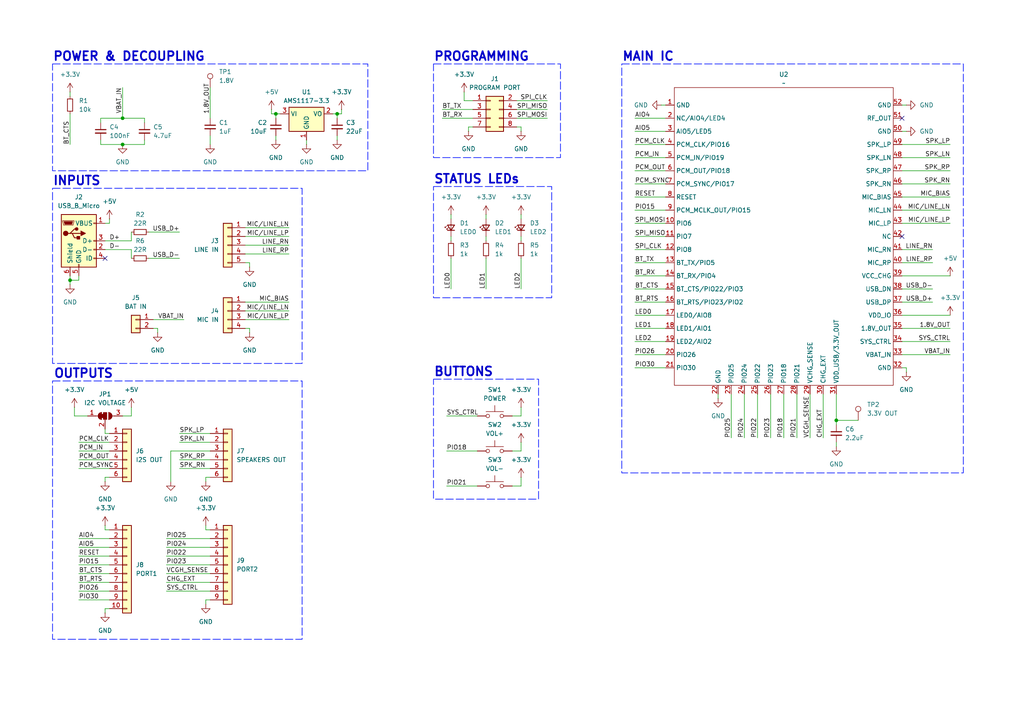
<source format=kicad_sch>
(kicad_sch (version 20250114) (generator "eeschema") (generator_version "9.0")
  (paper "A4")
  (title_block (title "FSC-BT1038B Minimal Breakout Board") (date "2025-01-31") (rev "0.1") (company "//"))
  (lib_symbols
    (symbol "Connector:TestPoint" (pin_numbers (hide yes)) (pin_names (offset 0.762) (hide yes))
      (property "Reference" "TP" (at 0 6.858 0))
      (property "Value" "TestPoint" (at 0 5.08 0))
      (symbol "TestPoint_1_1"
        (pin passive line (at 0 0 90) (length 2.54) (name "1") (number "1"))
      )
    )
    (symbol "Connector:USB_B_Micro" (pin_names (offset 1.016))
      (property "Reference" "J" (at -5.08 11.43 0))
      (property "Value" "USB_B_Micro" (at -5.08 8.89 0))
      (symbol "USB_B_Micro_1_1"
        (pin passive line (at -2.54 -10.16 90) (length 2.54) (name "Shield") (number "6"))
        (pin power_out line (at 0 -10.16 90) (length 2.54) (name "GND") (number "5"))
        (pin power_out line (at 7.62 5.08 180) (length 2.54) (name "VBUS") (number "1"))
        (pin bidirectional line (at 7.62 0 180) (length 2.54) (name "D+") (number "3"))
        (pin bidirectional line (at 7.62 -2.54 180) (length 2.54) (name "D-") (number "2"))
        (pin passive line (at 7.62 -5.08 180) (length 2.54) (name "ID") (number "4"))
      )
    )
    (symbol "Connector_Generic:Conn_01x02" (pin_names (offset 1.016) (hide yes))
      (property "Reference" "J" (at 0 2.54 0))
      (property "Value" "Conn_01x02" (at 0 -5.08 0))
      (symbol "Conn_01x02_1_1"
        (pin passive line (at -5.08 0 0) (length 3.81) (name "Pin_1") (number "1"))
        (pin passive line (at -5.08 -2.54 0) (length 3.81) (name "Pin_2") (number "2"))
      )
    )
    (symbol "Connector_Generic:Conn_01x04" (pin_names (offset 1.016) (hide yes))
      (property "Reference" "J" (at 0 5.08 0))
      (property "Value" "Conn_01x04" (at 0 -7.62 0))
      (symbol "Conn_01x04_1_1"
        (pin passive line (at -5.08 2.54 0) (length 3.81) (name "Pin_1") (number "1"))
        (pin passive line (at -5.08 0 0) (length 3.81) (name "Pin_2") (number "2"))
        (pin passive line (at -5.08 -2.54 0) (length 3.81) (name "Pin_3") (number "3"))
        (pin passive line (at -5.08 -5.08 0) (length 3.81) (name "Pin_4") (number "4"))
      )
    )
    (symbol "Connector_Generic:Conn_01x05" (pin_names (offset 1.016) (hide yes))
      (property "Reference" "J" (at 0 7.62 0))
      (property "Value" "Conn_01x05" (at 0 -7.62 0))
      (symbol "Conn_01x05_1_1"
        (pin passive line (at -5.08 5.08 0) (length 3.81) (name "Pin_1") (number "1"))
        (pin passive line (at -5.08 2.54 0) (length 3.81) (name "Pin_2") (number "2"))
        (pin passive line (at -5.08 0 0) (length 3.81) (name "Pin_3") (number "3"))
        (pin passive line (at -5.08 -2.54 0) (length 3.81) (name "Pin_4") (number "4"))
        (pin passive line (at -5.08 -5.08 0) (length 3.81) (name "Pin_5") (number "5"))
      )
    )
    (symbol "Connector_Generic:Conn_01x06" (pin_names (offset 1.016) (hide yes))
      (property "Reference" "J" (at 0 7.62 0))
      (property "Value" "Conn_01x06" (at 0 -10.16 0))
      (symbol "Conn_01x06_1_1"
        (pin passive line (at -5.08 5.08 0) (length 3.81) (name "Pin_1") (number "1"))
        (pin passive line (at -5.08 2.54 0) (length 3.81) (name "Pin_2") (number "2"))
        (pin passive line (at -5.08 0 0) (length 3.81) (name "Pin_3") (number "3"))
        (pin passive line (at -5.08 -2.54 0) (length 3.81) (name "Pin_4") (number "4"))
        (pin passive line (at -5.08 -5.08 0) (length 3.81) (name "Pin_5") (number "5"))
        (pin passive line (at -5.08 -7.62 0) (length 3.81) (name "Pin_6") (number "6"))
      )
    )
    (symbol "Connector_Generic:Conn_01x09" (pin_names (offset 1.016) (hide yes))
      (property "Reference" "J" (at 0 12.7 0))
      (property "Value" "Conn_01x09" (at 0 -12.7 0))
      (symbol "Conn_01x09_1_1"
        (pin passive line (at -5.08 10.16 0) (length 3.81) (name "Pin_1") (number "1"))
        (pin passive line (at -5.08 7.62 0) (length 3.81) (name "Pin_2") (number "2"))
        (pin passive line (at -5.08 5.08 0) (length 3.81) (name "Pin_3") (number "3"))
        (pin passive line (at -5.08 2.54 0) (length 3.81) (name "Pin_4") (number "4"))
        (pin passive line (at -5.08 0 0) (length 3.81) (name "Pin_5") (number "5"))
        (pin passive line (at -5.08 -2.54 0) (length 3.81) (name "Pin_6") (number "6"))
        (pin passive line (at -5.08 -5.08 0) (length 3.81) (name "Pin_7") (number "7"))
        (pin passive line (at -5.08 -7.62 0) (length 3.81) (name "Pin_8") (number "8"))
        (pin passive line (at -5.08 -10.16 0) (length 3.81) (name "Pin_9") (number "9"))
      )
    )
    (symbol "Connector_Generic:Conn_01x10" (pin_names (offset 1.016) (hide yes))
      (property "Reference" "J" (at 0 12.7 0))
      (property "Value" "Conn_01x10" (at 0 -15.24 0))
      (symbol "Conn_01x10_1_1"
        (pin passive line (at -5.08 10.16 0) (length 3.81) (name "Pin_1") (number "1"))
        (pin passive line (at -5.08 7.62 0) (length 3.81) (name "Pin_2") (number "2"))
        (pin passive line (at -5.08 5.08 0) (length 3.81) (name "Pin_3") (number "3"))
        (pin passive line (at -5.08 2.54 0) (length 3.81) (name "Pin_4") (number "4"))
        (pin passive line (at -5.08 0 0) (length 3.81) (name "Pin_5") (number "5"))
        (pin passive line (at -5.08 -2.54 0) (length 3.81) (name "Pin_6") (number "6"))
        (pin passive line (at -5.08 -5.08 0) (length 3.81) (name "Pin_7") (number "7"))
        (pin passive line (at -5.08 -7.62 0) (length 3.81) (name "Pin_8") (number "8"))
        (pin passive line (at -5.08 -10.16 0) (length 3.81) (name "Pin_9") (number "9"))
        (pin passive line (at -5.08 -12.7 0) (length 3.81) (name "Pin_10") (number "10"))
      )
    )
    (symbol "Connector_Generic:Conn_02x04_Odd_Even" (pin_names (offset 1.016) (hide yes))
      (property "Reference" "J" (at 1.27 5.08 0))
      (property "Value" "Conn_02x04_Odd_Even" (at 1.27 -7.62 0))
      (symbol "Conn_02x04_Odd_Even_1_1"
        (pin passive line (at -5.08 2.54 0) (length 3.81) (name "Pin_1") (number "1"))
        (pin passive line (at -5.08 0 0) (length 3.81) (name "Pin_3") (number "3"))
        (pin passive line (at -5.08 -2.54 0) (length 3.81) (name "Pin_5") (number "5"))
        (pin passive line (at -5.08 -5.08 0) (length 3.81) (name "Pin_7") (number "7"))
        (pin passive line (at 7.62 2.54 180) (length 3.81) (name "Pin_2") (number "2"))
        (pin passive line (at 7.62 0 180) (length 3.81) (name "Pin_4") (number "4"))
        (pin passive line (at 7.62 -2.54 180) (length 3.81) (name "Pin_6") (number "6"))
        (pin passive line (at 7.62 -5.08 180) (length 3.81) (name "Pin_8") (number "8"))
      )
    )
    (symbol "Device:C_Small" (pin_numbers (hide yes)) (pin_names (offset 0.254) (hide yes))
      (property "Reference" "C" (at 0.254 1.778 0))
      (property "Value" "C_Small" (at 0.254 -2.032 0))
      (symbol "C_Small_1_1"
        (pin passive line (at 0 2.54 270) (length 2.032) (name "~") (number "1"))
        (pin passive line (at 0 -2.54 90) (length 2.032) (name "~") (number "2"))
      )
    )
    (symbol "Device:LED_Small" (pin_numbers (hide yes)) (pin_names (offset 0.254) (hide yes))
      (property "Reference" "D" (at -1.27 3.175 0))
      (property "Value" "LED_Small" (at -4.445 -2.54 0))
      (symbol "LED_Small_1_1"
        (pin passive line (at -2.54 0 0) (length 1.778) (name "K") (number "1"))
        (pin passive line (at 2.54 0 180) (length 1.778) (name "A") (number "2"))
      )
    )
    (symbol "Device:R_Small" (pin_numbers (hide yes)) (pin_names (offset 0.254) (hide yes))
      (property "Reference" "R" (at 0.762 0.508 0))
      (property "Value" "R_Small" (at 0.762 -1.016 0))
      (symbol "R_Small_1_1"
        (pin passive line (at 0 2.54 270) (length 0.762) (name "~") (number "1"))
        (pin passive line (at 0 -2.54 90) (length 0.762) (name "~") (number "2"))
      )
    )
    (symbol "FSC-BT1038B:FSC-BT1038B"
      (property "Reference" "U" (at 0 44.196 0))
      (symbol "FSC-BT1038B_1_1"
        (pin input line (at -34.29 38.1 0) (length 2.54) (name "GND") (number "1"))
        (pin input line (at -34.29 34.29 0) (length 2.54) (name "NC/AIO4/LED4") (number "2"))
        (pin input line (at -34.29 30.48 0) (length 2.54) (name "AIO5/LED5") (number "3"))
        (pin input line (at -34.29 26.67 0) (length 2.54) (name "PCM_CLK/PIO16") (number "4"))
        (pin input line (at -34.29 22.86 0) (length 2.54) (name "PCM_IN/PIO19") (number "5"))
        (pin input line (at -34.29 19.05 0) (length 2.54) (name "PCM_OUT/PIO18") (number "6"))
        (pin input line (at -34.29 15.24 0) (length 2.54) (name "PCM_SYNC/PIO17") (number "7"))
        (pin input line (at -34.29 11.43 0) (length 2.54) (name "RESET") (number "8"))
        (pin input line (at -34.29 7.62 0) (length 2.54) (name "PCM_MCLK_OUT/PIO15") (number "9"))
        (pin input line (at -34.29 3.81 0) (length 2.54) (name "PIO6") (number "10"))
        (pin input line (at -34.29 0 0) (length 2.54) (name "PIO7") (number "11"))
        (pin input line (at -34.29 -3.81 0) (length 2.54) (name "PIO8") (number "12"))
        (pin input line (at -34.29 -7.62 0) (length 2.54) (name "BT_TX/PIO5") (number "13"))
        (pin input line (at -34.29 -11.43 0) (length 2.54) (name "BT_RX/PIO4") (number "14"))
        (pin input line (at -34.29 -15.24 0) (length 2.54) (name "BT_CTS/PIO22/PIO3") (number "15"))
        (pin input line (at -34.29 -19.05 0) (length 2.54) (name "BT_RTS/PIO23/PIO2") (number "16"))
        (pin input line (at -34.29 -22.86 0) (length 2.54) (name "LED0/AIO8") (number "17"))
        (pin input line (at -34.29 -26.67 0) (length 2.54) (name "LED1/AIO1") (number "18"))
        (pin input line (at -34.29 -30.48 0) (length 2.54) (name "LED2/AIO2") (number "19"))
        (pin input line (at -34.29 -34.29 0) (length 2.54) (name "PIO26") (number "20"))
        (pin input line (at -34.29 -38.1 0) (length 2.54) (name "PIO30") (number "21"))
        (pin input line (at -19.05 -45.72 90) (length 2.54) (name "GND") (number "22"))
        (pin input line (at -15.24 -45.72 90) (length 2.54) (name "PIO25") (number "23"))
        (pin input line (at -11.43 -45.72 90) (length 2.54) (name "PIO24") (number "24"))
        (pin input line (at -7.62 -45.72 90) (length 2.54) (name "PIO22") (number "25"))
        (pin input line (at -3.81 -45.72 90) (length 2.54) (name "PIO23") (number "26"))
        (pin input line (at 0 -45.72 90) (length 2.54) (name "PIO18") (number "27"))
        (pin input line (at 3.81 -45.72 90) (length 2.54) (name "PIO21") (number "28"))
        (pin input line (at 7.62 -45.72 90) (length 2.54) (name "VCHG_SENSE") (number "29"))
        (pin input line (at 11.43 -45.72 90) (length 2.54) (name "CHG_EXT") (number "30"))
        (pin input line (at 15.24 -45.72 90) (length 2.54) (name "VDD_USB/3.3V_OUT") (number "31"))
        (pin input line (at 34.29 38.1 180) (length 2.54) (name "GND") (number "52"))
        (pin input line (at 34.29 34.29 180) (length 2.54) (name "RF_OUT") (number "51"))
        (pin input line (at 34.29 30.48 180) (length 2.54) (name "GND") (number "50"))
        (pin input line (at 34.29 26.67 180) (length 2.54) (name "SPK_LP") (number "49"))
        (pin input line (at 34.29 22.86 180) (length 2.54) (name "SPK_LN") (number "48"))
        (pin input line (at 34.29 19.05 180) (length 2.54) (name "SPK_RP") (number "47"))
        (pin input line (at 34.29 15.24 180) (length 2.54) (name "SPK_RN") (number "46"))
        (pin input line (at 34.29 11.43 180) (length 2.54) (name "MIC_BIAS") (number "45"))
        (pin input line (at 34.29 7.62 180) (length 2.54) (name "MIC_LN") (number "44"))
        (pin input line (at 34.29 3.81 180) (length 2.54) (name "MIC_LP") (number "43"))
        (pin input line (at 34.29 0 180) (length 2.54) (name "NC") (number "42"))
        (pin input line (at 34.29 -3.81 180) (length 2.54) (name "MIC_RN") (number "41"))
        (pin input line (at 34.29 -7.62 180) (length 2.54) (name "MIC_RP") (number "40"))
        (pin input line (at 34.29 -11.43 180) (length 2.54) (name "VCC_CHG") (number "39"))
        (pin input line (at 34.29 -15.24 180) (length 2.54) (name "USB_DN") (number "38"))
        (pin input line (at 34.29 -19.05 180) (length 2.54) (name "USB_DP") (number "37"))
        (pin input line (at 34.29 -22.86 180) (length 2.54) (name "VDD_IO") (number "36"))
        (pin input line (at 34.29 -26.67 180) (length 2.54) (name "1.8V_OUT") (number "35"))
        (pin input line (at 34.29 -30.48 180) (length 2.54) (name "SYS_CTRL") (number "34"))
        (pin input line (at 34.29 -34.29 180) (length 2.54) (name "VBAT_IN") (number "33"))
        (pin input line (at 34.29 -38.1 180) (length 2.54) (name "GND") (number "32"))
      )
    )
    (symbol "Jumper:SolderJumper_3_Bridged12" (pin_names (offset 0) (hide yes)) (exclude_from_sim yes) (in_bom no)
      (property "Reference" "JP" (at -2.54 -2.54 0))
      (property "Value" "SolderJumper_3_Bridged12" (at 0 2.794 0))
      (symbol "SolderJumper_3_Bridged12_1_1"
        (pin passive line (at -5.08 0 0) (length 2.54) (name "A") (number "1"))
        (pin passive line (at 0 -3.81 90) (length 2.54) (name "C") (number "2"))
        (pin passive line (at 5.08 0 180) (length 2.54) (name "B") (number "3"))
      )
    )
    (symbol "Regulator_Linear:AMS1117-3.3"
      (property "Reference" "U" (at -3.81 3.175 0))
      (property "Value" "AMS1117-3.3" (at 0 3.175 0))
      (symbol "AMS1117-3.3_1_1"
        (pin power_in line (at -7.62 0 0) (length 2.54) (name "VI") (number "3"))
        (pin power_in line (at 0 -7.62 90) (length 2.54) (name "GND") (number "1"))
        (pin power_out line (at 7.62 0 180) (length 2.54) (name "VO") (number "2"))
      )
    )
    (symbol "Switch:SW_Push" (pin_numbers (hide yes)) (pin_names (offset 1.016) (hide yes))
      (property "Reference" "SW" (at 1.27 2.54 0))
      (property "Value" "SW_Push" (at 0 -1.524 0))
      (symbol "SW_Push_0_1"
        (pin passive line (at -5.08 0 0) (length 2.54) (name "1") (number "1"))
        (pin passive line (at 5.08 0 180) (length 2.54) (name "2") (number "2"))
      )
    )
    (symbol "power:+3.3V" (power) (pin_numbers (hide yes)) (pin_names (offset 0) (hide yes))
      (property "Value" "+3.3V" (at 0 3.556 0))
      (symbol "+3.3V_1_1"
        (pin power_in line (at 0 0 90) (length 0) (name "~") (number "1"))
      )
    )
    (symbol "power:+5V" (power) (pin_numbers (hide yes)) (pin_names (offset 0) (hide yes))
      (property "Value" "+5V" (at 0 3.556 0))
      (symbol "+5V_1_1"
        (pin power_in line (at 0 0 90) (length 0) (name "~") (number "1"))
      )
    )
    (symbol "power:GND" (power) (pin_numbers (hide yes)) (pin_names (offset 0) (hide yes))
      (property "Value" "GND" (at 0 -3.81 0))
      (symbol "GND_1_1"
        (pin power_in line (at 0 0 270) (length 0) (name "~") (number "1"))
      )
    )
  )
  (rectangle (start 15.24 54.61) (end 87.63 105.41) (stroke (width 0.2) (type dash) (color 0 16 255 1)))
  (rectangle (start 15.24 18.542) (end 106.68 49.53) (stroke (width 0.2) (type dash) (color 0 16 255 1)))
  (rectangle (start 125.73 54.102) (end 160.02 86.36) (stroke (width 0.2) (type dash) (color 0 16 255 1)))
  (rectangle (start 125.73 18.542) (end 162.56 45.72) (stroke (width 0.2) (type dash) (color 0 16 255 1)))
  (rectangle (start 180.34 18.542) (end 279.4 137.16) (stroke (width 0.2) (type dash) (color 0 16 255 1)))
  (rectangle (start 15.24 110.49) (end 87.63 185.42) (stroke (width 0.2) (type dash) (color 0 16 255 1)))
  (rectangle (start 125.73 109.982) (end 156.21 144.78) (stroke (width 0.2) (type dash) (color 0 16 255 1)))
  (text "MAIN IC" (at 180.34 16.51 0) (effects (font (size 2.54 2.54) (thickness 0.508) (bold yes)) (justify left)))
  (text "POWER & DECOUPLING" (at 15.24 16.51 0) (effects (font (size 2.54 2.54) (thickness 0.508) (bold yes)) (justify left)))
  (text "INPUTS" (at 15.24 52.578 0) (effects (font (size 2.54 2.54) (thickness 0.508) (bold yes)) (justify left)))
  (text "OUTPUTS" (at 15.494 108.458 0) (effects (font (size 2.54 2.54) (thickness 0.508) (bold yes)) (justify left)))
  (text "STATUS LEDs" (at 125.73 52.07 0) (effects (font (size 2.54 2.54) (thickness 0.508) (bold yes)) (justify left)))
  (text "BUTTONS" (at 125.73 107.95 0) (effects (font (size 2.54 2.54) (thickness 0.508) (bold yes)) (justify left)))
  (text "PROGRAMMING" (at 125.73 16.51 0) (effects (font (size 2.54 2.54) (thickness 0.508) (bold yes)) (justify left)))
  (junction (at 20.32 81.28))
  (junction (at 35.56 34.29))
  (junction (at 35.56 41.91))
  (junction (at 242.57 121.92))
  (junction (at 80.01 33.02))
  (junction (at 97.79 33.02))
  (no_connect (at 261.62 34.29))
  (no_connect (at 30.48 74.93))
  (no_connect (at 261.62 68.58))
  (wire (pts (xy 261.62 57.15) (xy 275.59 57.15)))
  (wire (pts (xy 261.62 102.87) (xy 275.59 102.87)))
  (wire (pts (xy 184.15 83.82) (xy 193.04 83.82)))
  (wire (pts (xy 71.12 66.04) (xy 83.82 66.04)))
  (wire (pts (xy 151.13 120.65) (xy 151.13 118.11)))
  (wire (pts (xy 184.15 76.2) (xy 193.04 76.2)))
  (wire (pts (xy 30.48 125.73) (xy 31.75 125.73)))
  (wire (pts (xy 149.86 29.21) (xy 158.75 29.21)))
  (wire (pts (xy 38.1 120.65) (xy 38.1 118.11)))
  (wire (pts (xy 96.52 33.02) (xy 97.79 33.02)))
  (wire (pts (xy 45.72 96.52) (xy 45.72 95.25)))
  (wire (pts (xy 227.33 114.3) (xy 227.33 127)))
  (wire (pts (xy 184.15 106.68) (xy 193.04 106.68)))
  (wire (pts (xy 35.56 41.91) (xy 41.91 41.91)))
  (wire (pts (xy 72.39 96.52) (xy 72.39 95.25)))
  (wire (pts (xy 128.27 31.75) (xy 137.16 31.75)))
  (wire (pts (xy 151.13 36.83) (xy 151.13 38.1)))
  (wire (pts (xy 22.86 130.81) (xy 31.75 130.81)))
  (wire (pts (xy 72.39 77.47) (xy 72.39 76.2)))
  (wire (pts (xy 270.51 76.2) (xy 261.62 76.2)))
  (wire (pts (xy 38.1 72.39) (xy 38.1 74.93)))
  (wire (pts (xy 71.12 68.58) (xy 83.82 68.58)))
  (wire (pts (xy 20.32 41.91) (xy 20.32 33.02)))
  (wire (pts (xy 184.15 41.91) (xy 193.04 41.91)))
  (wire (pts (xy 261.62 106.68) (xy 262.89 106.68)))
  (wire (pts (xy 129.54 130.81) (xy 138.43 130.81)))
  (wire (pts (xy 184.15 64.77) (xy 193.04 64.77)))
  (wire (pts (xy 48.26 163.83) (xy 60.96 163.83)))
  (wire (pts (xy 130.81 83.82) (xy 130.81 74.93)))
  (wire (pts (xy 242.57 121.92) (xy 248.92 121.92)))
  (wire (pts (xy 52.07 67.31) (xy 43.18 67.31)))
  (wire (pts (xy 30.48 69.85) (xy 38.1 69.85)))
  (wire (pts (xy 52.07 133.35) (xy 60.96 133.35)))
  (wire (pts (xy 48.26 158.75) (xy 60.96 158.75)))
  (wire (pts (xy 261.62 80.01) (xy 275.59 80.01)))
  (wire (pts (xy 261.62 30.48) (xy 262.89 30.48)))
  (wire (pts (xy 59.69 173.99) (xy 60.96 173.99)))
  (wire (pts (xy 80.01 33.02) (xy 81.28 33.02)))
  (wire (pts (xy 134.62 26.67) (xy 134.62 29.21)))
  (wire (pts (xy 22.86 80.01) (xy 22.86 81.28)))
  (wire (pts (xy 151.13 62.23) (xy 151.13 63.5)))
  (wire (pts (xy 52.07 128.27) (xy 60.96 128.27)))
  (wire (pts (xy 99.06 33.02) (xy 97.79 33.02)))
  (wire (pts (xy 128.27 34.29) (xy 137.16 34.29)))
  (wire (pts (xy 242.57 123.19) (xy 242.57 121.92)))
  (wire (pts (xy 137.16 29.21) (xy 134.62 29.21)))
  (wire (pts (xy 22.86 133.35) (xy 31.75 133.35)))
  (wire (pts (xy 151.13 68.58) (xy 151.13 69.85)))
  (wire (pts (xy 184.15 53.34) (xy 193.04 53.34)))
  (wire (pts (xy 140.97 68.58) (xy 140.97 69.85)))
  (wire (pts (xy 262.89 106.68) (xy 262.89 107.95)))
  (wire (pts (xy 52.07 74.93) (xy 43.18 74.93)))
  (wire (pts (xy 184.15 34.29) (xy 193.04 34.29)))
  (wire (pts (xy 129.54 140.97) (xy 138.43 140.97)))
  (wire (pts (xy 151.13 83.82) (xy 151.13 74.93)))
  (wire (pts (xy 80.01 34.29) (xy 80.01 33.02)))
  (wire (pts (xy 184.15 49.53) (xy 193.04 49.53)))
  (wire (pts (xy 78.74 33.02) (xy 80.01 33.02)))
  (wire (pts (xy 231.14 114.3) (xy 231.14 127)))
  (wire (pts (xy 261.62 91.44) (xy 275.59 91.44)))
  (wire (pts (xy 21.59 120.65) (xy 21.59 118.11)))
  (wire (pts (xy 71.12 87.63) (xy 83.82 87.63)))
  (wire (pts (xy 31.75 153.67) (xy 30.48 153.67)))
  (wire (pts (xy 20.32 26.67) (xy 20.32 27.94)))
  (wire (pts (xy 22.86 135.89) (xy 31.75 135.89)))
  (wire (pts (xy 30.48 176.53) (xy 31.75 176.53)))
  (wire (pts (xy 29.21 41.91) (xy 35.56 41.91)))
  (wire (pts (xy 191.77 30.48) (xy 193.04 30.48)))
  (wire (pts (xy 30.48 138.43) (xy 31.75 138.43)))
  (wire (pts (xy 71.12 92.71) (xy 83.82 92.71)))
  (wire (pts (xy 35.56 25.4) (xy 35.56 34.29)))
  (wire (pts (xy 184.15 38.1) (xy 193.04 38.1)))
  (wire (pts (xy 52.07 125.73) (xy 60.96 125.73)))
  (wire (pts (xy 184.15 91.44) (xy 193.04 91.44)))
  (wire (pts (xy 219.71 114.3) (xy 219.71 127)))
  (wire (pts (xy 22.86 128.27) (xy 31.75 128.27)))
  (wire (pts (xy 71.12 71.12) (xy 83.82 71.12)))
  (wire (pts (xy 29.21 40.64) (xy 29.21 41.91)))
  (wire (pts (xy 71.12 73.66) (xy 83.82 73.66)))
  (wire (pts (xy 35.56 120.65) (xy 38.1 120.65)))
  (wire (pts (xy 53.34 92.71) (xy 44.45 92.71)))
  (wire (pts (xy 25.4 120.65) (xy 21.59 120.65)))
  (wire (pts (xy 20.32 81.28) (xy 20.32 82.55)))
  (wire (pts (xy 31.75 64.77) (xy 31.75 63.5)))
  (wire (pts (xy 60.96 25.4) (xy 60.96 34.29)))
  (wire (pts (xy 22.86 163.83) (xy 31.75 163.83)))
  (wire (pts (xy 149.86 36.83) (xy 151.13 36.83)))
  (wire (pts (xy 184.15 68.58) (xy 193.04 68.58)))
  (wire (pts (xy 261.62 49.53) (xy 275.59 49.53)))
  (wire (pts (xy 30.48 139.7) (xy 30.48 138.43)))
  (wire (pts (xy 22.86 171.45) (xy 31.75 171.45)))
  (wire (pts (xy 29.21 34.29) (xy 35.56 34.29)))
  (wire (pts (xy 215.9 114.3) (xy 215.9 127)))
  (wire (pts (xy 184.15 99.06) (xy 193.04 99.06)))
  (wire (pts (xy 261.62 45.72) (xy 275.59 45.72)))
  (wire (pts (xy 140.97 62.23) (xy 140.97 63.5)))
  (wire (pts (xy 48.26 156.21) (xy 60.96 156.21)))
  (wire (pts (xy 20.32 80.01) (xy 20.32 81.28)))
  (wire (pts (xy 41.91 35.56) (xy 41.91 34.29)))
  (wire (pts (xy 72.39 95.25) (xy 71.12 95.25)))
  (wire (pts (xy 45.72 95.25) (xy 44.45 95.25)))
  (wire (pts (xy 242.57 128.27) (xy 242.57 129.54)))
  (wire (pts (xy 234.95 114.3) (xy 234.95 127)))
  (wire (pts (xy 270.51 72.39) (xy 261.62 72.39)))
  (wire (pts (xy 149.86 31.75) (xy 158.75 31.75)))
  (wire (pts (xy 184.15 57.15) (xy 193.04 57.15)))
  (wire (pts (xy 130.81 68.58) (xy 130.81 69.85)))
  (wire (pts (xy 30.48 72.39) (xy 38.1 72.39)))
  (wire (pts (xy 88.9 40.64) (xy 88.9 41.91)))
  (wire (pts (xy 78.74 31.75) (xy 78.74 33.02)))
  (wire (pts (xy 30.48 153.67) (xy 30.48 152.4)))
  (wire (pts (xy 59.69 175.26) (xy 59.69 173.99)))
  (wire (pts (xy 48.26 166.37) (xy 60.96 166.37)))
  (wire (pts (xy 97.79 33.02) (xy 97.79 34.29)))
  (wire (pts (xy 41.91 34.29) (xy 35.56 34.29)))
  (wire (pts (xy 151.13 140.97) (xy 151.13 138.43)))
  (wire (pts (xy 59.69 138.43) (xy 60.96 138.43)))
  (wire (pts (xy 261.62 64.77) (xy 275.59 64.77)))
  (wire (pts (xy 49.53 130.81) (xy 60.96 130.81)))
  (wire (pts (xy 184.15 87.63) (xy 193.04 87.63)))
  (wire (pts (xy 261.62 38.1) (xy 262.89 38.1)))
  (wire (pts (xy 59.69 153.67) (xy 60.96 153.67)))
  (wire (pts (xy 151.13 130.81) (xy 151.13 128.27)))
  (wire (pts (xy 22.86 166.37) (xy 31.75 166.37)))
  (wire (pts (xy 49.53 130.81) (xy 49.53 139.7)))
  (wire (pts (xy 184.15 60.96) (xy 193.04 60.96)))
  (wire (pts (xy 72.39 76.2) (xy 71.12 76.2)))
  (wire (pts (xy 261.62 41.91) (xy 275.59 41.91)))
  (wire (pts (xy 80.01 39.37) (xy 80.01 40.64)))
  (wire (pts (xy 22.86 173.99) (xy 31.75 173.99)))
  (wire (pts (xy 261.62 95.25) (xy 275.59 95.25)))
  (wire (pts (xy 130.81 62.23) (xy 130.81 63.5)))
  (wire (pts (xy 148.59 140.97) (xy 151.13 140.97)))
  (wire (pts (xy 184.15 45.72) (xy 193.04 45.72)))
  (wire (pts (xy 148.59 120.65) (xy 151.13 120.65)))
  (wire (pts (xy 261.62 99.06) (xy 275.59 99.06)))
  (wire (pts (xy 270.51 83.82) (xy 261.62 83.82)))
  (wire (pts (xy 135.89 36.83) (xy 137.16 36.83)))
  (wire (pts (xy 48.26 161.29) (xy 60.96 161.29)))
  (wire (pts (xy 212.09 114.3) (xy 212.09 127)))
  (wire (pts (xy 270.51 87.63) (xy 261.62 87.63)))
  (wire (pts (xy 99.06 31.75) (xy 99.06 33.02)))
  (wire (pts (xy 184.15 95.25) (xy 193.04 95.25)))
  (wire (pts (xy 22.86 156.21) (xy 31.75 156.21)))
  (wire (pts (xy 242.57 121.92) (xy 242.57 114.3)))
  (wire (pts (xy 22.86 81.28) (xy 20.32 81.28)))
  (wire (pts (xy 30.48 124.46) (xy 30.48 125.73)))
  (wire (pts (xy 29.21 35.56) (xy 29.21 34.29)))
  (wire (pts (xy 149.86 34.29) (xy 158.75 34.29)))
  (wire (pts (xy 52.07 135.89) (xy 60.96 135.89)))
  (wire (pts (xy 223.52 114.3) (xy 223.52 127)))
  (wire (pts (xy 41.91 40.64) (xy 41.91 41.91)))
  (wire (pts (xy 148.59 130.81) (xy 151.13 130.81)))
  (wire (pts (xy 38.1 69.85) (xy 38.1 67.31)))
  (wire (pts (xy 71.12 90.17) (xy 83.82 90.17)))
  (wire (pts (xy 129.54 120.65) (xy 138.43 120.65)))
  (wire (pts (xy 184.15 80.01) (xy 193.04 80.01)))
  (wire (pts (xy 59.69 152.4) (xy 59.69 153.67)))
  (wire (pts (xy 184.15 102.87) (xy 193.04 102.87)))
  (wire (pts (xy 184.15 72.39) (xy 193.04 72.39)))
  (wire (pts (xy 208.28 114.3) (xy 208.28 115.57)))
  (wire (pts (xy 22.86 168.91) (xy 31.75 168.91)))
  (wire (pts (xy 140.97 83.82) (xy 140.97 74.93)))
  (wire (pts (xy 59.69 138.43) (xy 59.69 139.7)))
  (wire (pts (xy 261.62 53.34) (xy 275.59 53.34)))
  (wire (pts (xy 261.62 60.96) (xy 275.59 60.96)))
  (wire (pts (xy 48.26 171.45) (xy 60.96 171.45)))
  (wire (pts (xy 238.76 114.3) (xy 238.76 127)))
  (wire (pts (xy 22.86 161.29) (xy 31.75 161.29)))
  (wire (pts (xy 135.89 38.1) (xy 135.89 36.83)))
  (wire (pts (xy 48.26 168.91) (xy 60.96 168.91)))
  (wire (pts (xy 60.96 39.37) (xy 60.96 41.91)))
  (wire (pts (xy 97.79 39.37) (xy 97.79 40.64)))
  (wire (pts (xy 22.86 158.75) (xy 31.75 158.75)))
  (wire (pts (xy 30.48 64.77) (xy 31.75 64.77)))
  (wire (pts (xy 30.48 177.8) (xy 30.48 176.53)))
  (label "LED0" (at 184.15 91.44 0))
  (label "PIO24" (at 215.9 127 90))
  (label "LINE_RN" (at 83.82 71.12 180))
  (label "PIO21" (at 231.14 127 90))
  (label "BT_CTS" (at 20.32 41.91 90))
  (label "D-" (at 31.75 72.39 0))
  (label "SPI_CLK" (at 184.15 72.39 0))
  (label "BT_TX" (at 184.15 76.2 0))
  (label "RESET" (at 22.86 161.29 0))
  (label "SPK_LN" (at 52.07 128.27 0))
  (label "SPK_RP" (at 275.59 49.53 180))
  (label "LINE_RN" (at 270.51 72.39 180))
  (label "SPI_MISO" (at 184.15 68.58 0))
  (label "PIO26" (at 184.15 102.87 0))
  (label "1.8V_OUT" (at 60.96 33.02 90))
  (label "SPK_LP" (at 52.07 125.73 0))
  (label "AIO4" (at 184.15 34.29 0))
  (label "SPI_MISO" (at 158.75 31.75 180))
  (label "BT_RTS" (at 22.86 168.91 0))
  (label "AIO5" (at 22.86 158.75 0))
  (label "LED1" (at 184.15 95.25 0))
  (label "1.8V_OUT" (at 275.59 95.25 180))
  (label "PCM_SYNC" (at 184.15 53.34 0))
  (label "MIC_BIAS" (at 83.82 87.63 180))
  (label "PIO30" (at 184.15 106.68 0))
  (label "CHG_EXT" (at 48.26 168.91 0))
  (label "USB_D-" (at 270.51 83.82 180))
  (label "AIO5" (at 184.15 38.1 0))
  (label "PIO25" (at 48.26 156.21 0))
  (label "PIO23" (at 48.26 163.83 0))
  (label "BT_RX" (at 184.15 80.01 0))
  (label "MIC{slash}LINE_LP" (at 83.82 92.71 180))
  (label "CHG_EXT" (at 238.76 127 90))
  (label "VBAT_IN" (at 275.59 102.87 180))
  (label "BT_RTS" (at 184.15 87.63 0))
  (label "RESET" (at 184.15 57.15 0))
  (label "SYS_CTRL" (at 129.54 120.65 0))
  (label "MIC{slash}LINE_LN" (at 83.82 66.04 180))
  (label "MIC{slash}LINE_LP" (at 275.59 64.77 180))
  (label "MIC{slash}LINE_LN" (at 275.59 60.96 180))
  (label "PCM_IN" (at 22.86 130.81 0))
  (label "USB_D-" (at 52.07 74.93 180))
  (label "LED1" (at 140.97 83.82 90))
  (label "SPK_RP" (at 52.07 133.35 0))
  (label "SPI_MOSI" (at 158.75 34.29 180))
  (label "BT_RX" (at 128.27 34.29 0))
  (label "MIC{slash}LINE_LN" (at 83.82 90.17 180))
  (label "VCGH_SENSE" (at 234.95 127 90))
  (label "PCM_CLK" (at 22.86 128.27 0))
  (label "PIO21" (at 129.54 140.97 0))
  (label "PIO22" (at 219.71 127 90))
  (label "PIO18" (at 227.33 127 90))
  (label "LED2" (at 184.15 99.06 0))
  (label "PCM_OUT" (at 22.86 133.35 0))
  (label "PIO15" (at 22.86 163.83 0))
  (label "VBAT_IN" (at 35.56 25.4 270))
  (label "VCGH_SENSE" (at 48.26 166.37 0))
  (label "PIO24" (at 48.26 158.75 0))
  (label "USB_D+" (at 52.07 67.31 180))
  (label "PIO25" (at 212.09 127 90))
  (label "PIO18" (at 129.54 130.81 0))
  (label "SPK_RN" (at 275.59 53.34 180))
  (label "USB_D+" (at 270.51 87.63 180))
  (label "PIO23" (at 223.52 127 90))
  (label "SPI_CLK" (at 158.75 29.21 180))
  (label "LED2" (at 151.13 83.82 90))
  (label "BT_CTS" (at 22.86 166.37 0))
  (label "AIO4" (at 22.86 156.21 0))
  (label "LINE_RP" (at 270.51 76.2 180))
  (label "PIO30" (at 22.86 173.99 0))
  (label "MIC{slash}LINE_LP" (at 83.82 68.58 180))
  (label "SYS_CTRL" (at 275.59 99.06 180))
  (label "PCM_CLK" (at 184.15 41.91 0))
  (label "PIO15" (at 184.15 60.96 0))
  (label "SYS_CTRL" (at 48.26 171.45 0))
  (label "PIO26" (at 22.86 171.45 0))
  (label "MIC_BIAS" (at 275.59 57.15 180))
  (label "BT_CTS" (at 184.15 83.82 0))
  (label "PCM_OUT" (at 184.15 49.53 0))
  (label "LED0" (at 130.81 83.82 90))
  (label "SPI_MOSI" (at 184.15 64.77 0))
  (label "SPK_LN" (at 275.59 45.72 180))
  (label "LINE_RP" (at 83.82 73.66 180))
  (label "PIO22" (at 48.26 161.29 0))
  (label "PCM_SYNC" (at 22.86 135.89 0))
  (label "VBAT_IN" (at 53.34 92.71 180))
  (label "PCM_IN" (at 184.15 45.72 0))
  (label "BT_TX" (at 128.27 31.75 0))
  (label "SPK_LP" (at 275.59 41.91 180))
  (label "D+" (at 31.75 69.85 0))
  (label "SPK_RN" (at 52.07 135.89 0))
  (symbol (lib_id "Device:C_Small") (at 41.91 38.1 0) (unit 1)
    (property "Reference" "C5" (at 44.45 36.8362 0) (effects (justify left)))
    (property "Value" "4.7uF" (at 44.45 39.3762 0) (effects (justify left)))
    (property "Footprint" "Capacitor_SMD:C_0603_1608Metric_Pad1.08x0.95mm_HandSolder" (effects (hide yes)))
    (property "Description" "Unpolarized capacitor, small symbol" (effects (hide yes)))
  )
  (symbol (lib_id "Device:LED_Small") (at 140.97 66.04 90) (unit 1)
    (property "Reference" "D2" (at 143.51 64.7064 90) (effects (justify right)))
    (property "Value" "LED1" (at 143.51 67.2464 90) (effects (justify right)))
    (property "Footprint" "LED_SMD:LED_0603_1608Metric_Pad1.05x0.95mm_HandSolder" (effects (hide yes)))
    (property "Description" "Light emitting diode, small symbol" (effects (hide yes)))
  )
  (symbol (lib_id "power:GND") (at 49.53 139.7 0) (mirror y) (unit 1)
    (property "Reference" "#PWR034" (effects (hide yes)))
    (property "Value" "GND" (at 49.53 144.78 0))
    (property "Description" "Power symbol creates a global label with name \"GND\" , ground" (effects (hide yes)))
  )
  (symbol (lib_id "FSC-BT1038B:FSC-BT1038B") (at 227.33 68.58 0) (unit 1)
    (property "Reference" "U2" (at 227.33 21.59 0))
    (property "Value" "~" (at 227.33 24.13 0))
    (property "Footprint" "FSC-BT1038B:FSC-BT1038B" (effects (hide yes)))
  )
  (symbol (lib_id "power:GND") (at 60.96 41.91 0) (unit 1)
    (property "Reference" "#PWR013" (effects (hide yes)))
    (property "Value" "GND" (at 60.96 46.99 0))
    (property "Description" "Power symbol creates a global label with name \"GND\" , ground" (effects (hide yes)))
  )
  (symbol (lib_id "Device:C_Small") (at 80.01 36.83 0) (unit 1)
    (property "Reference" "C2" (at 77.47 35.5662 0) (effects (justify right)))
    (property "Value" "10uF" (at 77.47 38.1062 0) (effects (justify right)))
    (property "Footprint" "Capacitor_SMD:C_0603_1608Metric_Pad1.08x0.95mm_HandSolder" (effects (hide yes)))
    (property "Description" "Unpolarized capacitor, small symbol" (effects (hide yes)))
  )
  (symbol (lib_id "power:+5V") (at 275.59 80.01 0) (unit 1)
    (property "Reference" "#PWR020" (effects (hide yes)))
    (property "Value" "+5V" (at 275.59 74.93 0))
    (property "Description" "Power symbol creates a global label with name \"+5V\"" (effects (hide yes)))
  )
  (symbol (lib_id "Connector_Generic:Conn_01x10") (at 36.83 163.83 0) (unit 1)
    (property "Reference" "J8" (at 39.37 163.8299 0) (effects (justify left)))
    (property "Value" "PORT1" (at 39.37 166.3699 0) (effects (justify left)))
    (property "Footprint" "Connector_PinSocket_2.54mm:PinSocket_1x10_P2.54mm_Vertical" (effects (hide yes)))
    (property "Description" "Generic connector, single row, 01x10, script generated (kicad-library-utils/schlib/autogen/connector/)" (effects (hide yes)))
  )
  (symbol (lib_id "power:+3.3V") (at 151.13 118.11 0) (unit 1)
    (property "Reference" "#PWR029" (effects (hide yes)))
    (property "Value" "+3.3V" (at 151.13 113.03 0))
    (property "Description" "Power symbol creates a global label with name \"+3.3V\"" (effects (hide yes)))
  )
  (symbol (lib_id "power:GND") (at 35.56 41.91 0) (unit 1)
    (property "Reference" "#PWR012" (effects (hide yes)))
    (property "Value" "GND" (at 35.56 46.99 0))
    (property "Description" "Power symbol creates a global label with name \"GND\" , ground" (effects (hide yes)))
  )
  (symbol (lib_id "power:+3.3V") (at 59.69 152.4 0) (unit 1)
    (property "Reference" "#PWR037" (effects (hide yes)))
    (property "Value" "+3.3V" (at 59.69 147.32 0))
    (property "Description" "Power symbol creates a global label with name \"+3.3V\"" (effects (hide yes)))
  )
  (symbol (lib_id "Switch:SW_Push") (at 143.51 120.65 0) (unit 1)
    (property "Reference" "SW1" (at 143.51 113.03 0))
    (property "Value" "POWER" (at 143.51 115.57 0))
    (property "Footprint" "TS3425BA:TS3425BA" (effects (hide yes)))
    (property "Description" "Push button switch, generic, two pins" (effects (hide yes)))
  )
  (symbol (lib_id "power:GND") (at 151.13 38.1 0) (unit 1)
    (property "Reference" "#PWR08" (effects (hide yes)))
    (property "Value" "GND" (at 151.13 43.18 0))
    (property "Description" "Power symbol creates a global label with name \"GND\" , ground" (effects (hide yes)))
  )
  (symbol (lib_id "power:GND") (at 30.48 139.7 0) (mirror y) (unit 1)
    (property "Reference" "#PWR033" (effects (hide yes)))
    (property "Value" "GND" (at 30.48 144.78 0))
    (property "Description" "Power symbol creates a global label with name \"GND\" , ground" (effects (hide yes)))
  )
  (symbol (lib_id "Connector_Generic:Conn_01x09") (at 66.04 163.83 0) (unit 1)
    (property "Reference" "J9" (at 68.58 162.5599 0) (effects (justify left)))
    (property "Value" "PORT2" (at 68.58 165.0999 0) (effects (justify left)))
    (property "Footprint" "Connector_PinSocket_2.54mm:PinSocket_1x09_P2.54mm_Vertical" (effects (hide yes)))
    (property "Description" "Generic connector, single row, 01x09, script generated (kicad-library-utils/schlib/autogen/connector/)" (effects (hide yes)))
  )
  (symbol (lib_id "Device:LED_Small") (at 151.13 66.04 90) (unit 1)
    (property "Reference" "D3" (at 153.67 64.7064 90) (effects (justify right)))
    (property "Value" "LED2" (at 153.67 67.2464 90) (effects (justify right)))
    (property "Footprint" "LED_SMD:LED_0603_1608Metric_Pad1.05x0.95mm_HandSolder" (effects (hide yes)))
    (property "Description" "Light emitting diode, small symbol" (effects (hide yes)))
  )
  (symbol (lib_id "power:+3.3V") (at 99.06 31.75 0) (unit 1)
    (property "Reference" "#PWR06" (effects (hide yes)))
    (property "Value" "+3.3V" (at 99.06 26.67 0))
    (property "Description" "Power symbol creates a global label with name \"+3.3V\"" (effects (hide yes)))
  )
  (symbol (lib_id "power:+3.3V") (at 151.13 62.23 0) (unit 1)
    (property "Reference" "#PWR017" (effects (hide yes)))
    (property "Value" "+3.3V" (at 151.13 57.15 0))
    (property "Description" "Power symbol creates a global label with name \"+3.3V\"" (effects (hide yes)))
  )
  (symbol (lib_id "Device:C_Small") (at 60.96 36.83 0) (unit 1)
    (property "Reference" "C1" (at 63.5 35.5662 0) (effects (justify left)))
    (property "Value" "1uF" (at 63.5 38.1062 0) (effects (justify left)))
    (property "Footprint" "Capacitor_SMD:C_0603_1608Metric_Pad1.08x0.95mm_HandSolder" (effects (hide yes)))
    (property "Description" "Unpolarized capacitor, small symbol" (effects (hide yes)))
  )
  (symbol (lib_id "power:+5V") (at 38.1 118.11 0) (unit 1)
    (property "Reference" "#PWR028" (effects (hide yes)))
    (property "Value" "+5V" (at 38.1 113.03 0))
    (property "Description" "Power symbol creates a global label with name \"+5V\"" (effects (hide yes)))
  )
  (symbol (lib_id "power:+5V") (at 31.75 63.5 0) (unit 1)
    (property "Reference" "#PWR018" (effects (hide yes)))
    (property "Value" "+5V" (at 31.75 58.42 0))
    (property "Description" "Power symbol creates a global label with name \"+5V\"" (effects (hide yes)))
  )
  (symbol (lib_id "power:GND") (at 80.01 40.64 0) (mirror y) (unit 1)
    (property "Reference" "#PWR010" (effects (hide yes)))
    (property "Value" "GND" (at 80.01 45.72 0))
    (property "Description" "Power symbol creates a global label with name \"GND\" , ground" (effects (hide yes)))
  )
  (symbol (lib_id "Device:R_Small") (at 140.97 72.39 0) (unit 1)
    (property "Reference" "R4" (at 143.51 71.1199 0) (effects (justify left)))
    (property "Value" "1k" (at 143.51 73.6599 0) (effects (justify left)))
    (property "Footprint" "Resistor_SMD:R_0603_1608Metric_Pad0.98x0.95mm_HandSolder" (effects (hide yes)))
    (property "Description" "Resistor, small symbol" (effects (hide yes)))
  )
  (symbol (lib_id "power:GND") (at 72.39 96.52 0) (mirror y) (unit 1)
    (property "Reference" "#PWR024" (effects (hide yes)))
    (property "Value" "GND" (at 72.39 101.6 0))
    (property "Description" "Power symbol creates a global label with name \"GND\" , ground" (effects (hide yes)))
  )
  (symbol (lib_id "power:+5V") (at 78.74 31.75 0) (unit 1)
    (property "Reference" "#PWR05" (effects (hide yes)))
    (property "Value" "+5V" (at 78.74 26.67 0))
    (property "Description" "Power symbol creates a global label with name \"+5V\"" (effects (hide yes)))
  )
  (symbol (lib_id "power:GND") (at 30.48 177.8 0) (unit 1)
    (property "Reference" "#PWR039" (effects (hide yes)))
    (property "Value" "GND" (at 30.48 182.88 0))
    (property "Description" "Power symbol creates a global label with name \"GND\" , ground" (effects (hide yes)))
  )
  (symbol (lib_id "Connector:USB_B_Micro") (at 22.86 69.85 0) (unit 1)
    (property "Reference" "J2" (at 22.86 57.15 0))
    (property "Value" "USB_B_Micro" (at 22.86 59.69 0))
    (property "Footprint" "KH-MICRO5P-JN:KH-MICRO5P-JN" (effects (hide yes)))
    (property "Description" "USB Micro Type B connector" (effects (hide yes)))
  )
  (symbol (lib_id "power:+3.3V") (at 130.81 62.23 0) (unit 1)
    (property "Reference" "#PWR015" (effects (hide yes)))
    (property "Value" "+3.3V" (at 130.81 57.15 0))
    (property "Description" "Power symbol creates a global label with name \"+3.3V\"" (effects (hide yes)))
  )
  (symbol (lib_id "power:GND") (at 135.89 38.1 0) (unit 1)
    (property "Reference" "#PWR07" (effects (hide yes)))
    (property "Value" "GND" (at 135.89 43.18 0))
    (property "Description" "Power symbol creates a global label with name \"GND\" , ground" (effects (hide yes)))
  )
  (symbol (lib_id "Connector_Generic:Conn_02x04_Odd_Even") (at 142.24 31.75 0) (unit 1)
    (property "Reference" "J1" (at 143.51 22.86 0))
    (property "Value" "PROGRAM PORT" (at 143.51 25.4 0))
    (property "Footprint" "Connector_PinSocket_2.54mm:PinSocket_2x04_P2.54mm_Vertical" (effects (hide yes)))
    (property "Description" "Generic connector, double row, 02x04, odd/even pin numbering scheme (row 1 odd numbers, row 2 even numbers), script generated (kicad-library-utils/schlib/autogen/connector/)" (effects (hide yes)))
  )
  (symbol (lib_id "Device:C_Small") (at 242.57 125.73 0) (unit 1)
    (property "Reference" "C6" (at 245.11 124.4662 0) (effects (justify left)))
    (property "Value" "2.2uF" (at 245.11 127.0062 0) (effects (justify left)))
    (property "Footprint" "Capacitor_SMD:C_0603_1608Metric_Pad1.08x0.95mm_HandSolder" (effects (hide yes)))
    (property "Description" "Unpolarized capacitor, small symbol" (effects (hide yes)))
  )
  (symbol (lib_id "Connector_Generic:Conn_01x05") (at 66.04 71.12 0) (mirror y) (unit 1)
    (property "Reference" "J3" (at 63.5 69.8499 0) (effects (justify left)))
    (property "Value" "LINE IN" (at 63.5 72.3899 0) (effects (justify left)))
    (property "Footprint" "Connector_PinSocket_2.54mm:PinSocket_1x05_P2.54mm_Vertical" (effects (hide yes)))
    (property "Description" "Generic connector, single row, 01x05, script generated (kicad-library-utils/schlib/autogen/connector/)" (effects (hide yes)))
  )
  (symbol (lib_id "power:GND") (at 262.89 38.1 90) (unit 1)
    (property "Reference" "#PWR09" (effects (hide yes)))
    (property "Value" "GND" (at 266.7 38.0999 90) (effects (justify right)))
    (property "Description" "Power symbol creates a global label with name \"GND\" , ground" (effects (hide yes)))
  )
  (symbol (lib_id "Device:R_Small") (at 130.81 72.39 0) (unit 1)
    (property "Reference" "R3" (at 133.35 71.1199 0) (effects (justify left)))
    (property "Value" "1k" (at 133.35 73.6599 0) (effects (justify left)))
    (property "Footprint" "Resistor_SMD:R_0603_1608Metric_Pad0.98x0.95mm_HandSolder" (effects (hide yes)))
    (property "Description" "Resistor, small symbol" (effects (hide yes)))
  )
  (symbol (lib_id "power:GND") (at 72.39 77.47 0) (mirror y) (unit 1)
    (property "Reference" "#PWR019" (effects (hide yes)))
    (property "Value" "GND" (at 72.39 82.55 0))
    (property "Description" "Power symbol creates a global label with name \"GND\" , ground" (effects (hide yes)))
  )
  (symbol (lib_id "power:+3.3V") (at 151.13 128.27 0) (unit 1)
    (property "Reference" "#PWR030" (effects (hide yes)))
    (property "Value" "+3.3V" (at 151.13 123.19 0))
    (property "Description" "Power symbol creates a global label with name \"+3.3V\"" (effects (hide yes)))
  )
  (symbol (lib_id "Connector_Generic:Conn_01x02") (at 39.37 92.71 0) (mirror y) (unit 1)
    (property "Reference" "J5" (at 39.37 86.36 0))
    (property "Value" "BAT IN" (at 39.37 88.9 0))
    (property "Footprint" "Connector_PinSocket_2.54mm:PinSocket_1x02_P2.54mm_Vertical" (effects (hide yes)))
    (property "Description" "Generic connector, single row, 01x02, script generated (kicad-library-utils/schlib/autogen/connector/)" (effects (hide yes)))
  )
  (symbol (lib_id "Device:R_Small") (at 151.13 72.39 0) (unit 1)
    (property "Reference" "R5" (at 153.67 71.1199 0) (effects (justify left)))
    (property "Value" "1k" (at 153.67 73.6599 0) (effects (justify left)))
    (property "Footprint" "Resistor_SMD:R_0603_1608Metric_Pad0.98x0.95mm_HandSolder" (effects (hide yes)))
    (property "Description" "Resistor, small symbol" (effects (hide yes)))
  )
  (symbol (lib_id "Device:LED_Small") (at 130.81 66.04 90) (unit 1)
    (property "Reference" "D1" (at 133.35 64.7064 90) (effects (justify right)))
    (property "Value" "LED0" (at 133.35 67.2464 90) (effects (justify right)))
    (property "Footprint" "LED_SMD:LED_0603_1608Metric_Pad1.05x0.95mm_HandSolder" (effects (hide yes)))
    (property "Description" "Light emitting diode, small symbol" (effects (hide yes)))
  )
  (symbol (lib_id "power:+3.3V") (at 30.48 152.4 0) (unit 1)
    (property "Reference" "#PWR036" (effects (hide yes)))
    (property "Value" "+3.3V" (at 30.48 147.32 0))
    (property "Description" "Power symbol creates a global label with name \"+3.3V\"" (effects (hide yes)))
  )
  (symbol (lib_id "power:+3.3V") (at 21.59 118.11 0) (unit 1)
    (property "Reference" "#PWR027" (effects (hide yes)))
    (property "Value" "+3.3V" (at 21.59 113.03 0))
    (property "Description" "Power symbol creates a global label with name \"+3.3V\"" (effects (hide yes)))
  )
  (symbol (lib_id "Device:R_Small") (at 20.32 30.48 0) (unit 1)
    (property "Reference" "R1" (at 22.86 29.2099 0) (effects (justify left)))
    (property "Value" "10k" (at 22.86 31.7499 0) (effects (justify left)))
    (property "Footprint" "Resistor_SMD:R_0603_1608Metric_Pad0.98x0.95mm_HandSolder" (effects (hide yes)))
    (property "Description" "Resistor, small symbol" (effects (hide yes)))
  )
  (symbol (lib_id "power:GND") (at 59.69 139.7 0) (mirror y) (unit 1)
    (property "Reference" "#PWR035" (effects (hide yes)))
    (property "Value" "GND" (at 59.69 144.78 0))
    (property "Description" "Power symbol creates a global label with name \"GND\" , ground" (effects (hide yes)))
  )
  (symbol (lib_id "power:GND") (at 20.32 82.55 0) (unit 1)
    (property "Reference" "#PWR021" (effects (hide yes)))
    (property "Value" "GND" (at 20.32 87.63 0))
    (property "Description" "Power symbol creates a global label with name \"GND\" , ground" (effects (hide yes)))
  )
  (symbol (lib_id "power:GND") (at 59.69 175.26 0) (unit 1)
    (property "Reference" "#PWR038" (effects (hide yes)))
    (property "Value" "GND" (at 59.69 180.34 0))
    (property "Description" "Power symbol creates a global label with name \"GND\" , ground" (effects (hide yes)))
  )
  (symbol (lib_id "power:GND") (at 208.28 115.57 0) (unit 1)
    (property "Reference" "#PWR026" (effects (hide yes)))
    (property "Value" "GND" (at 208.28 120.65 0))
    (property "Description" "Power symbol creates a global label with name \"GND\" , ground" (effects (hide yes)))
  )
  (symbol (lib_id "Connector_Generic:Conn_01x06") (at 36.83 130.81 0) (unit 1)
    (property "Reference" "J6" (at 39.37 130.8099 0) (effects (justify left)))
    (property "Value" "I2S OUT" (at 39.37 133.3499 0) (effects (justify left)))
    (property "Footprint" "Connector_PinSocket_2.54mm:PinSocket_1x06_P2.54mm_Vertical" (effects (hide yes)))
    (property "Description" "Generic connector, single row, 01x06, script generated (kicad-library-utils/schlib/autogen/connector/)" (effects (hide yes)))
  )
  (symbol (lib_id "Switch:SW_Push") (at 143.51 130.81 0) (unit 1)
    (property "Reference" "SW2" (at 143.51 123.19 0))
    (property "Value" "VOL+" (at 143.51 125.73 0))
    (property "Footprint" "TS3425BA:TS3425BA" (effects (hide yes)))
    (property "Description" "Push button switch, generic, two pins" (effects (hide yes)))
  )
  (symbol (lib_id "power:+3.3V") (at 134.62 26.67 0) (unit 1)
    (property "Reference" "#PWR02" (effects (hide yes)))
    (property "Value" "+3.3V" (at 134.62 21.59 0))
    (property "Description" "Power symbol creates a global label with name \"+3.3V\"" (effects (hide yes)))
  )
  (symbol (lib_id "Device:C_Small") (at 29.21 38.1 0) (unit 1)
    (property "Reference" "C4" (at 31.75 36.8362 0) (effects (justify left)))
    (property "Value" "100nF" (at 31.75 39.3762 0) (effects (justify left)))
    (property "Footprint" "Capacitor_SMD:C_0603_1608Metric_Pad1.08x0.95mm_HandSolder" (effects (hide yes)))
    (property "Description" "Unpolarized capacitor, small symbol" (effects (hide yes)))
  )
  (symbol (lib_id "power:+3.3V") (at 140.97 62.23 0) (unit 1)
    (property "Reference" "#PWR016" (effects (hide yes)))
    (property "Value" "+3.3V" (at 140.97 57.15 0))
    (property "Description" "Power symbol creates a global label with name \"+3.3V\"" (effects (hide yes)))
  )
  (symbol (lib_id "Device:R_Small") (at 40.64 67.31 90) (unit 1)
    (property "Reference" "R2" (at 40.64 62.23 90))
    (property "Value" "22R" (at 40.64 64.77 90))
    (property "Footprint" "Resistor_SMD:R_0603_1608Metric_Pad0.98x0.95mm_HandSolder" (effects (hide yes)))
    (property "Description" "Resistor, small symbol" (effects (hide yes)))
  )
  (symbol (lib_id "Connector_Generic:Conn_01x04") (at 66.04 90.17 0) (mirror y) (unit 1)
    (property "Reference" "J4" (at 63.5 90.1699 0) (effects (justify left)))
    (property "Value" "MIC IN" (at 63.5 92.7099 0) (effects (justify left)))
    (property "Footprint" "Connector_PinSocket_2.54mm:PinSocket_1x04_P2.54mm_Vertical" (effects (hide yes)))
    (property "Description" "Generic connector, single row, 01x04, script generated (kicad-library-utils/schlib/autogen/connector/)" (effects (hide yes)))
  )
  (symbol (lib_id "Connector:TestPoint") (at 60.96 25.4 0) (unit 1)
    (property "Reference" "TP1" (at 63.5 20.8279 0) (effects (justify left)))
    (property "Value" "1.8V" (at 63.5 23.3679 0) (effects (justify left)))
    (property "Footprint" "TestPoint:TestPoint_Pad_D1.5mm" (effects (hide yes)))
    (property "Description" "test point" (effects (hide yes)))
  )
  (symbol (lib_id "power:+3.3V") (at 20.32 26.67 0) (unit 1)
    (property "Reference" "#PWR01" (effects (hide yes)))
    (property "Value" "+3.3V" (at 20.32 21.59 0))
    (property "Description" "Power symbol creates a global label with name \"+3.3V\"" (effects (hide yes)))
  )
  (symbol (lib_id "Connector:TestPoint") (at 248.92 121.92 0) (unit 1)
    (property "Reference" "TP2" (at 251.46 117.3479 0) (effects (justify left)))
    (property "Value" "3.3V OUT" (at 251.46 119.8879 0) (effects (justify left)))
    (property "Footprint" "TestPoint:TestPoint_Pad_D1.5mm" (effects (hide yes)))
    (property "Description" "test point" (effects (hide yes)))
  )
  (symbol (lib_id "Connector_Generic:Conn_01x06") (at 66.04 130.81 0) (unit 1)
    (property "Reference" "J7" (at 68.58 130.8099 0) (effects (justify left)))
    (property "Value" "SPEAKERS OUT" (at 68.58 133.3499 0) (effects (justify left)))
    (property "Footprint" "Connector_PinSocket_2.54mm:PinSocket_1x06_P2.54mm_Vertical" (effects (hide yes)))
    (property "Description" "Generic connector, single row, 01x06, script generated (kicad-library-utils/schlib/autogen/connector/)" (effects (hide yes)))
  )
  (symbol (lib_id "Device:R_Small") (at 40.64 74.93 90) (unit 1)
    (property "Reference" "R6" (at 40.64 69.85 90))
    (property "Value" "22R" (at 40.64 72.39 90))
    (property "Footprint" "Resistor_SMD:R_0603_1608Metric_Pad0.98x0.95mm_HandSolder" (effects (hide yes)))
    (property "Description" "Resistor, small symbol" (effects (hide yes)))
  )
  (symbol (lib_id "power:GND") (at 242.57 129.54 0) (unit 1)
    (property "Reference" "#PWR031" (effects (hide yes)))
    (property "Value" "GND" (at 242.57 134.62 0))
    (property "Description" "Power symbol creates a global label with name \"GND\" , ground" (effects (hide yes)))
  )
  (symbol (lib_id "power:GND") (at 262.89 107.95 0) (unit 1)
    (property "Reference" "#PWR025" (effects (hide yes)))
    (property "Value" "GND" (at 262.89 113.03 0))
    (property "Description" "Power symbol creates a global label with name \"GND\" , ground" (effects (hide yes)))
  )
  (symbol (lib_id "Jumper:SolderJumper_3_Bridged12") (at 30.48 120.65 0) (unit 1) (exclude_from_sim yes) (in_bom no)
    (property "Reference" "JP1" (at 30.48 114.3 0))
    (property "Value" "I2C VOLTAGE" (at 30.48 116.84 0))
    (property "Footprint" "Jumper:SolderJumper-3_P1.3mm_Bridged2Bar12_Pad1.0x1.5mm_NumberLabels" (effects (hide yes)))
    (property "Description" "3-pole Solder Jumper, pins 1+2 closed/bridged" (effects (hide yes)))
  )
  (symbol (lib_id "power:GND") (at 97.79 40.64 0) (unit 1)
    (property "Reference" "#PWR011" (effects (hide yes)))
    (property "Value" "GND" (at 97.79 45.72 0))
    (property "Description" "Power symbol creates a global label with name \"GND\" , ground" (effects (hide yes)))
  )
  (symbol (lib_id "Device:C_Small") (at 97.79 36.83 0) (unit 1)
    (property "Reference" "C3" (at 100.33 35.5662 0) (effects (justify left)))
    (property "Value" "22uF" (at 100.33 38.1062 0) (effects (justify left)))
    (property "Footprint" "Capacitor_SMD:C_0603_1608Metric_Pad1.08x0.95mm_HandSolder" (effects (hide yes)))
    (property "Description" "Unpolarized capacitor, small symbol" (effects (hide yes)))
  )
  (symbol (lib_id "power:+3.3V") (at 275.59 91.44 0) (unit 1)
    (property "Reference" "#PWR022" (effects (hide yes)))
    (property "Value" "+3.3V" (at 275.59 86.36 0))
    (property "Description" "Power symbol creates a global label with name \"+3.3V\"" (effects (hide yes)))
  )
  (symbol (lib_id "power:GND") (at 45.72 96.52 0) (mirror y) (unit 1)
    (property "Reference" "#PWR023" (effects (hide yes)))
    (property "Value" "GND" (at 45.72 101.6 0))
    (property "Description" "Power symbol creates a global label with name \"GND\" , ground" (effects (hide yes)))
  )
  (symbol (lib_id "power:GND") (at 88.9 41.91 0) (unit 1)
    (property "Reference" "#PWR014" (effects (hide yes)))
    (property "Value" "GND" (at 88.9 46.99 0))
    (property "Description" "Power symbol creates a global label with name \"GND\" , ground" (effects (hide yes)))
  )
  (symbol (lib_id "power:GND") (at 191.77 30.48 270) (unit 1)
    (property "Reference" "#PWR03" (effects (hide yes)))
    (property "Value" "GND" (at 187.96 30.4799 90) (effects (justify right)))
    (property "Description" "Power symbol creates a global label with name \"GND\" , ground" (effects (hide yes)))
  )
  (symbol (lib_id "power:GND") (at 262.89 30.48 90) (unit 1)
    (property "Reference" "#PWR04" (effects (hide yes)))
    (property "Value" "GND" (at 266.7 30.4799 90) (effects (justify right)))
    (property "Description" "Power symbol creates a global label with name \"GND\" , ground" (effects (hide yes)))
  )
  (symbol (lib_id "power:+3.3V") (at 151.13 138.43 0) (unit 1)
    (property "Reference" "#PWR032" (effects (hide yes)))
    (property "Value" "+3.3V" (at 151.13 133.35 0))
    (property "Description" "Power symbol creates a global label with name \"+3.3V\"" (effects (hide yes)))
  )
  (symbol (lib_id "Switch:SW_Push") (at 143.51 140.97 0) (unit 1)
    (property "Reference" "SW3" (at 143.51 133.35 0))
    (property "Value" "VOL-" (at 143.51 135.89 0))
    (property "Footprint" "TS3425BA:TS3425BA" (effects (hide yes)))
    (property "Description" "Push button switch, generic, two pins" (effects (hide yes)))
  )
  (symbol (lib_id "Regulator_Linear:AMS1117-3.3") (at 88.9 33.02 0) (unit 1)
    (property "Reference" "U1" (at 88.9 26.67 0))
    (property "Value" "AMS1117-3.3" (at 88.9 29.21 0))
    (property "Footprint" "Package_TO_SOT_SMD:SOT-223-3_TabPin2" (effects (hide yes)))
    (property "Datasheet" "http://www.advanced-monolithic.com/pdf/ds1117.pdf" (effects (hide yes)))
    (property "Description" "1A Low Dropout regulator, positive, 3.3V fixed output, SOT-223" (effects (hide yes)))
  )
)
</source>
